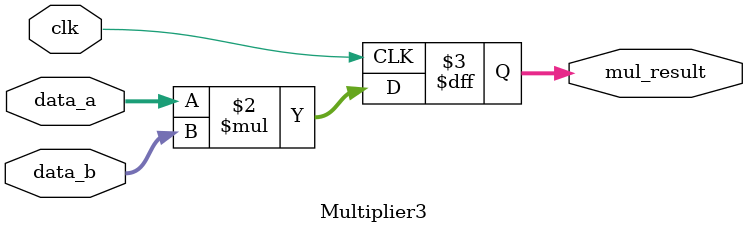
<source format=sv>
module Multiplier3(
    input clk,
    input [3:0] data_a, data_b,
    output reg [7:0] mul_result
);
    always @(posedge clk) begin
        mul_result <= data_a * data_b;  // 时钟驱动计算
    end
endmodule
</source>
